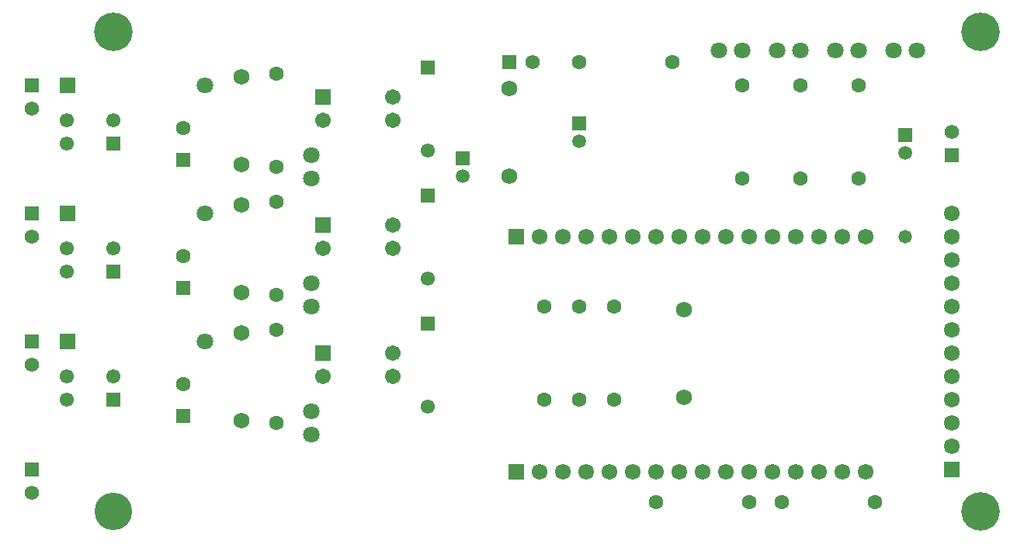
<source format=gts>
G04*
G04 #@! TF.GenerationSoftware,Altium Limited,Altium Designer,18.0.7 (293)*
G04*
G04 Layer_Color=8388736*
%FSLAX24Y24*%
%MOIN*%
G70*
G01*
G75*
%ADD16R,0.0610X0.0610*%
%ADD17C,0.0610*%
%ADD18C,0.1655*%
%ADD19C,0.1615*%
%ADD20R,0.0678X0.0678*%
%ADD21C,0.0678*%
%ADD22C,0.0631*%
%ADD23R,0.0611X0.0611*%
%ADD24C,0.0611*%
%ADD25C,0.0710*%
%ADD26R,0.0710X0.0710*%
%ADD27C,0.0592*%
%ADD28R,0.0592X0.0592*%
%ADD29R,0.0678X0.0678*%
%ADD30C,0.0671*%
%ADD31R,0.0671X0.0671*%
%ADD32C,0.0690*%
%ADD33R,0.0618X0.0618*%
%ADD34R,0.0618X0.0618*%
%ADD35C,0.0618*%
%ADD36R,0.0631X0.0631*%
%ADD37C,0.0580*%
D16*
X5500Y6000D02*
D03*
Y11500D02*
D03*
Y17000D02*
D03*
D17*
Y7000D02*
D03*
X3500Y6000D02*
D03*
Y7000D02*
D03*
X5500Y12500D02*
D03*
X3500Y11500D02*
D03*
Y12500D02*
D03*
X5500Y18000D02*
D03*
X3500D02*
D03*
Y17000D02*
D03*
D18*
X42750Y21800D02*
D03*
Y1200D02*
D03*
X5500Y21800D02*
D03*
D19*
Y1200D02*
D03*
D20*
X22800Y13000D02*
D03*
Y2900D02*
D03*
D21*
X26800Y13000D02*
D03*
X27800D02*
D03*
X25800D02*
D03*
X23800D02*
D03*
X33800D02*
D03*
X31800D02*
D03*
X28800D02*
D03*
X24800D02*
D03*
X29800D02*
D03*
X30800D02*
D03*
X32800D02*
D03*
X34800D02*
D03*
X35800D02*
D03*
X36800D02*
D03*
X37800D02*
D03*
X41500Y14000D02*
D03*
Y13000D02*
D03*
Y11000D02*
D03*
Y10000D02*
D03*
Y8000D02*
D03*
Y7000D02*
D03*
Y6000D02*
D03*
Y4000D02*
D03*
Y5000D02*
D03*
Y9000D02*
D03*
Y12000D02*
D03*
X33800Y2900D02*
D03*
X31800D02*
D03*
X29800D02*
D03*
X30800D02*
D03*
X32800D02*
D03*
X34800D02*
D03*
X35800D02*
D03*
X36800D02*
D03*
X25800D02*
D03*
X28800D02*
D03*
X24800D02*
D03*
X23800D02*
D03*
X26800D02*
D03*
X27800D02*
D03*
X37800D02*
D03*
D22*
X27000Y6000D02*
D03*
Y10000D02*
D03*
X37500Y15500D02*
D03*
Y19500D02*
D03*
X35000Y15500D02*
D03*
Y19500D02*
D03*
X32500Y15500D02*
D03*
Y19500D02*
D03*
X12500Y5000D02*
D03*
Y9000D02*
D03*
Y10500D02*
D03*
Y14500D02*
D03*
Y16000D02*
D03*
Y20000D02*
D03*
X38200Y1600D02*
D03*
X34200D02*
D03*
X32800D02*
D03*
X28800D02*
D03*
X25500Y20500D02*
D03*
X24000Y6000D02*
D03*
X29500Y20500D02*
D03*
X8500Y6689D02*
D03*
Y12189D02*
D03*
Y17689D02*
D03*
X25500Y6000D02*
D03*
X24000Y10000D02*
D03*
X25500D02*
D03*
D23*
X19000Y9272D02*
D03*
Y14772D02*
D03*
Y20272D02*
D03*
D24*
Y5728D02*
D03*
Y11228D02*
D03*
Y16728D02*
D03*
D25*
X9453Y8500D02*
D03*
X14000Y10000D02*
D03*
Y11000D02*
D03*
X31500Y21000D02*
D03*
X32500D02*
D03*
X40000D02*
D03*
X39000D02*
D03*
X36500D02*
D03*
X37500D02*
D03*
X34000D02*
D03*
X35000D02*
D03*
X14000Y5500D02*
D03*
Y16500D02*
D03*
X9453Y14000D02*
D03*
Y19500D02*
D03*
X14000Y4500D02*
D03*
Y15500D02*
D03*
D26*
X3547Y8500D02*
D03*
Y14000D02*
D03*
Y19500D02*
D03*
D27*
X39500Y16606D02*
D03*
X20500Y15606D02*
D03*
X25500Y17106D02*
D03*
D28*
X39500Y17394D02*
D03*
X20500Y16394D02*
D03*
X25500Y17894D02*
D03*
D29*
X41500Y3000D02*
D03*
D30*
X17500Y18000D02*
D03*
X14500D02*
D03*
X17500Y19000D02*
D03*
Y12500D02*
D03*
X14500D02*
D03*
X17500Y13500D02*
D03*
Y7000D02*
D03*
X14500D02*
D03*
X17500Y8000D02*
D03*
D31*
X14500Y19000D02*
D03*
Y13500D02*
D03*
Y8000D02*
D03*
D32*
X11000Y16122D02*
D03*
Y19878D02*
D03*
Y10622D02*
D03*
Y14378D02*
D03*
Y5122D02*
D03*
Y8878D02*
D03*
X30000Y6122D02*
D03*
X22500Y15622D02*
D03*
Y19378D02*
D03*
X30000Y9878D02*
D03*
D33*
X2000Y8500D02*
D03*
Y14000D02*
D03*
Y19500D02*
D03*
Y3000D02*
D03*
X41500Y16500D02*
D03*
D34*
X22500Y20500D02*
D03*
D35*
X2000Y13000D02*
D03*
Y18500D02*
D03*
Y2000D02*
D03*
Y7500D02*
D03*
X41500Y17500D02*
D03*
X23500Y20500D02*
D03*
D36*
X8500Y5311D02*
D03*
Y10811D02*
D03*
Y16311D02*
D03*
D37*
X39500Y13000D02*
D03*
M02*

</source>
